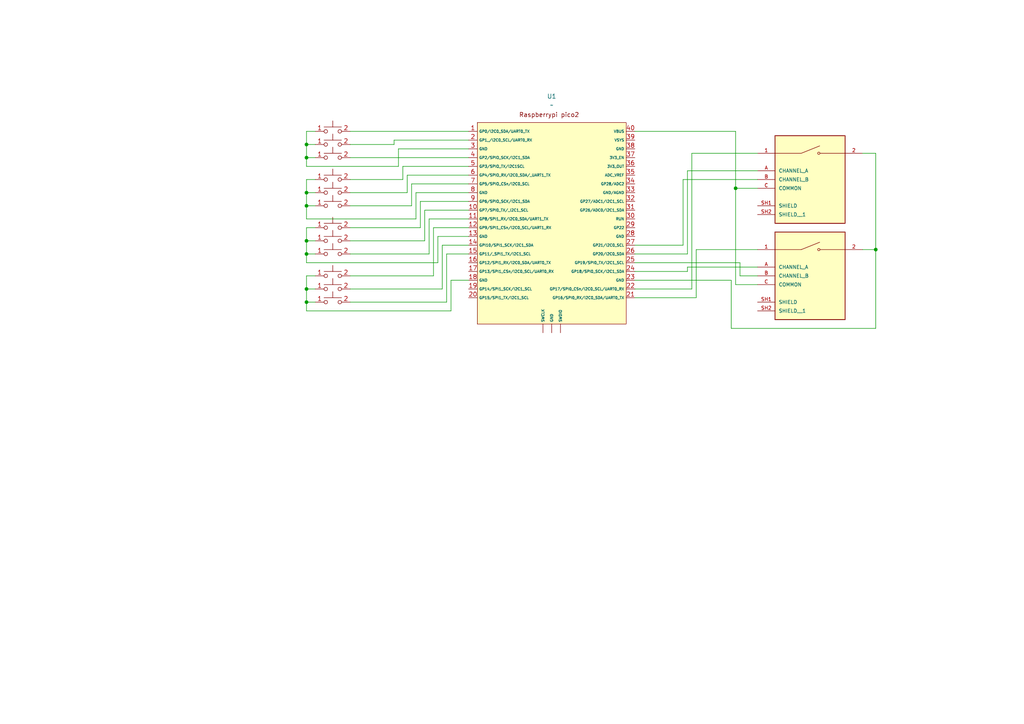
<source format=kicad_sch>
(kicad_sch
	(version 20250114)
	(generator "eeschema")
	(generator_version "9.0")
	(uuid "ac620a7f-1686-46d2-9be6-7036425d3957")
	(paper "A4")
	(lib_symbols
		(symbol "CherryMX:CherryMX"
			(pin_names
				(offset 0.254)
			)
			(exclude_from_sim no)
			(in_bom yes)
			(on_board yes)
			(property "Reference" "SW"
				(at 2.54 3.175 0)
				(effects
					(font
						(size 1.27 1.27)
					)
				)
			)
			(property "Value" "CherryMX"
				(at 0 -1.905 0)
				(effects
					(font
						(size 1.27 1.27)
					)
				)
			)
			(property "Footprint" ""
				(at 0 0.635 0)
				(effects
					(font
						(size 1.27 1.27)
					)
					(hide yes)
				)
			)
			(property "Datasheet" ""
				(at 0 0.635 0)
				(effects
					(font
						(size 1.27 1.27)
					)
					(hide yes)
				)
			)
			(property "Description" ""
				(at 0 0 0)
				(effects
					(font
						(size 1.27 1.27)
					)
					(hide yes)
				)
			)
			(symbol "CherryMX_1_1"
				(circle
					(center -2.032 0)
					(radius 0.508)
					(stroke
						(width 0)
						(type solid)
					)
					(fill
						(type none)
					)
				)
				(polyline
					(pts
						(xy 0 1.27) (xy 0 3.048)
					)
					(stroke
						(width 0)
						(type solid)
					)
					(fill
						(type none)
					)
				)
				(circle
					(center 2.032 0)
					(radius 0.508)
					(stroke
						(width 0)
						(type solid)
					)
					(fill
						(type none)
					)
				)
				(polyline
					(pts
						(xy 2.54 1.27) (xy -2.54 1.27)
					)
					(stroke
						(width 0)
						(type solid)
					)
					(fill
						(type none)
					)
				)
				(pin passive line
					(at -5.08 0 0)
					(length 2.54)
					(name "~"
						(effects
							(font
								(size 1.27 1.27)
							)
						)
					)
					(number "1"
						(effects
							(font
								(size 1.27 1.27)
							)
						)
					)
				)
				(pin passive line
					(at 5.08 0 180)
					(length 2.54)
					(name "~"
						(effects
							(font
								(size 1.27 1.27)
							)
						)
					)
					(number "2"
						(effects
							(font
								(size 1.27 1.27)
							)
						)
					)
				)
			)
			(embedded_fonts no)
		)
		(symbol "Raspberrypi pico2 W:U"
			(exclude_from_sim no)
			(in_bom yes)
			(on_board yes)
			(property "Reference" "U"
				(at 0 0 0)
				(effects
					(font
						(size 1.27 1.27)
					)
				)
			)
			(property "Value" ""
				(at 0 0 0)
				(effects
					(font
						(size 1.27 1.27)
					)
				)
			)
			(property "Footprint" ""
				(at 0 0 0)
				(effects
					(font
						(size 1.27 1.27)
					)
					(hide yes)
				)
			)
			(property "Datasheet" ""
				(at 0 0 0)
				(effects
					(font
						(size 1.27 1.27)
					)
					(hide yes)
				)
			)
			(property "Description" ""
				(at 0 0 0)
				(effects
					(font
						(size 1.27 1.27)
					)
					(hide yes)
				)
			)
			(symbol "U_1_1"
				(rectangle
					(start -21.59 22.86)
					(end 21.59 -35.56)
					(stroke
						(width 0)
						(type default)
					)
					(fill
						(type background)
					)
				)
				(text "Raspberrypi pico2\n"
					(at -0.762 25.146 0)
					(effects
						(font
							(size 1.27 1.27)
						)
					)
				)
				(pin bidirectional line
					(at -24.13 20.32 0)
					(length 2.54)
					(name "GP0/I2C0_SDA/UART0_TX"
						(effects
							(font
								(size 0.762 0.762)
							)
						)
					)
					(number "1"
						(effects
							(font
								(size 1.27 1.27)
							)
						)
					)
				)
				(pin bidirectional line
					(at -24.13 17.78 0)
					(length 2.54)
					(name "GP1_/I2C0_SCL/UART0_RX"
						(effects
							(font
								(size 0.762 0.762)
							)
						)
					)
					(number "2"
						(effects
							(font
								(size 1.27 1.27)
							)
						)
					)
				)
				(pin bidirectional line
					(at -24.13 15.24 0)
					(length 2.54)
					(name "GND"
						(effects
							(font
								(size 0.762 0.762)
							)
						)
					)
					(number "3"
						(effects
							(font
								(size 1.27 1.27)
							)
						)
					)
				)
				(pin bidirectional line
					(at -24.13 12.7 0)
					(length 2.54)
					(name "GP2/SPIO_SCK/I2C1_SDA"
						(effects
							(font
								(size 0.762 0.762)
							)
						)
					)
					(number "4"
						(effects
							(font
								(size 1.27 1.27)
							)
						)
					)
				)
				(pin bidirectional line
					(at -24.13 10.16 0)
					(length 2.54)
					(name "GP3/SPIO_TX/I2C1SCL"
						(effects
							(font
								(size 0.762 0.762)
							)
						)
					)
					(number "5"
						(effects
							(font
								(size 1.27 1.27)
							)
						)
					)
				)
				(pin bidirectional line
					(at -24.13 7.62 0)
					(length 2.54)
					(name "GP4/SPIO_RX/I2C0_SDA/_UART1_TX"
						(effects
							(font
								(size 0.762 0.762)
							)
						)
					)
					(number "6"
						(effects
							(font
								(size 1.27 1.27)
							)
						)
					)
				)
				(pin bidirectional line
					(at -24.13 5.08 0)
					(length 2.54)
					(name "GP5/SPIO_CSn/I2C0_SCL"
						(effects
							(font
								(size 0.762 0.762)
							)
						)
					)
					(number "7"
						(effects
							(font
								(size 1.27 1.27)
							)
						)
					)
				)
				(pin bidirectional line
					(at -24.13 2.54 0)
					(length 2.54)
					(name "GND"
						(effects
							(font
								(size 0.762 0.762)
							)
						)
					)
					(number "8"
						(effects
							(font
								(size 1.27 1.27)
							)
						)
					)
				)
				(pin bidirectional line
					(at -24.13 0 0)
					(length 2.54)
					(name "GP6/SPIO_SCK/I2C1_SDA"
						(effects
							(font
								(size 0.762 0.762)
							)
						)
					)
					(number "9"
						(effects
							(font
								(size 1.27 1.27)
							)
						)
					)
				)
				(pin bidirectional line
					(at -24.13 -2.54 0)
					(length 2.54)
					(name "GP7/SPI0_TX/_I2C1_SCL"
						(effects
							(font
								(size 0.762 0.762)
							)
						)
					)
					(number "10"
						(effects
							(font
								(size 1.27 1.27)
							)
						)
					)
				)
				(pin bidirectional line
					(at -24.13 -5.08 0)
					(length 2.54)
					(name "GP8/SPI1_RX/I2C0_SDA/UART1_TX"
						(effects
							(font
								(size 0.762 0.762)
							)
						)
					)
					(number "11"
						(effects
							(font
								(size 1.27 1.27)
							)
						)
					)
				)
				(pin bidirectional line
					(at -24.13 -7.62 0)
					(length 2.54)
					(name "GP9/SPI1_CSn/I2C0_SCL/UART1_RX"
						(effects
							(font
								(size 0.762 0.762)
							)
						)
					)
					(number "12"
						(effects
							(font
								(size 1.27 1.27)
							)
						)
					)
				)
				(pin bidirectional line
					(at -24.13 -10.16 0)
					(length 2.54)
					(name "GND"
						(effects
							(font
								(size 0.762 0.762)
							)
						)
					)
					(number "13"
						(effects
							(font
								(size 1.27 1.27)
							)
						)
					)
				)
				(pin bidirectional line
					(at -24.13 -12.7 0)
					(length 2.54)
					(name "GPI10/SPI1_SCK/I2C1_SDA"
						(effects
							(font
								(size 0.762 0.762)
							)
						)
					)
					(number "14"
						(effects
							(font
								(size 1.27 1.27)
							)
						)
					)
				)
				(pin bidirectional line
					(at -24.13 -15.24 0)
					(length 2.54)
					(name "GP11/_SPI1_TX/I2C1_SCL"
						(effects
							(font
								(size 0.762 0.762)
							)
						)
					)
					(number "15"
						(effects
							(font
								(size 1.27 1.27)
							)
						)
					)
				)
				(pin bidirectional line
					(at -24.13 -17.78 0)
					(length 2.54)
					(name "GP12/SPI1_RX/I2C0_SDA/UART0_TX"
						(effects
							(font
								(size 0.762 0.762)
							)
						)
					)
					(number "16"
						(effects
							(font
								(size 1.27 1.27)
							)
						)
					)
				)
				(pin bidirectional line
					(at -24.13 -20.32 0)
					(length 2.54)
					(name "GP13/SPI1_CSn/I2C0_SCL/UART0_RX"
						(effects
							(font
								(size 0.762 0.762)
							)
						)
					)
					(number "17"
						(effects
							(font
								(size 1.27 1.27)
							)
						)
					)
				)
				(pin bidirectional line
					(at -24.13 -22.86 0)
					(length 2.54)
					(name "GND"
						(effects
							(font
								(size 0.762 0.762)
							)
						)
					)
					(number "18"
						(effects
							(font
								(size 1.27 1.27)
							)
						)
					)
				)
				(pin bidirectional line
					(at -24.13 -25.4 0)
					(length 2.54)
					(name "GP14/SPI1_SCK/I2C1_SCL"
						(effects
							(font
								(size 0.762 0.762)
							)
						)
					)
					(number "19"
						(effects
							(font
								(size 1.27 1.27)
							)
						)
					)
				)
				(pin bidirectional line
					(at -24.13 -27.94 0)
					(length 2.54)
					(name "GP15/SPI1_TX/I2C1_SCL"
						(effects
							(font
								(size 0.762 0.762)
							)
						)
					)
					(number "20"
						(effects
							(font
								(size 1.27 1.27)
							)
						)
					)
				)
				(pin bidirectional line
					(at -2.54 -38.1 90)
					(length 2.54)
					(name "SWCLK"
						(effects
							(font
								(size 0.762 0.762)
							)
						)
					)
					(number ""
						(effects
							(font
								(size 1.27 1.27)
							)
						)
					)
				)
				(pin bidirectional line
					(at 0 -38.1 90)
					(length 2.54)
					(name "GND"
						(effects
							(font
								(size 0.762 0.762)
							)
						)
					)
					(number ""
						(effects
							(font
								(size 1.27 1.27)
							)
						)
					)
				)
				(pin bidirectional line
					(at 2.54 -38.1 90)
					(length 2.54)
					(name "SWDIO"
						(effects
							(font
								(size 0.762 0.762)
							)
						)
					)
					(number ""
						(effects
							(font
								(size 1.27 1.27)
							)
						)
					)
				)
				(pin bidirectional line
					(at 24.13 20.32 180)
					(length 2.54)
					(name "VBUS"
						(effects
							(font
								(size 0.762 0.762)
							)
						)
					)
					(number "40"
						(effects
							(font
								(size 1.27 1.27)
							)
						)
					)
				)
				(pin bidirectional line
					(at 24.13 17.78 180)
					(length 2.54)
					(name "VSYS"
						(effects
							(font
								(size 0.762 0.762)
							)
						)
					)
					(number "39"
						(effects
							(font
								(size 1.27 1.27)
							)
						)
					)
				)
				(pin bidirectional line
					(at 24.13 15.24 180)
					(length 2.54)
					(name "GND"
						(effects
							(font
								(size 0.762 0.762)
							)
						)
					)
					(number "38"
						(effects
							(font
								(size 1.27 1.27)
							)
						)
					)
				)
				(pin bidirectional line
					(at 24.13 12.7 180)
					(length 2.54)
					(name "3V3_EN"
						(effects
							(font
								(size 0.762 0.762)
							)
						)
					)
					(number "37"
						(effects
							(font
								(size 1.27 1.27)
							)
						)
					)
				)
				(pin bidirectional line
					(at 24.13 10.16 180)
					(length 2.54)
					(name "3V3_OUT"
						(effects
							(font
								(size 0.762 0.762)
							)
						)
					)
					(number "36"
						(effects
							(font
								(size 1.27 1.27)
							)
						)
					)
				)
				(pin bidirectional line
					(at 24.13 7.62 180)
					(length 2.54)
					(name "ADC_VREF"
						(effects
							(font
								(size 0.762 0.762)
							)
						)
					)
					(number "35"
						(effects
							(font
								(size 1.27 1.27)
							)
						)
					)
				)
				(pin bidirectional line
					(at 24.13 5.08 180)
					(length 2.54)
					(name "GP28/ADC2"
						(effects
							(font
								(size 0.762 0.762)
							)
						)
					)
					(number "34"
						(effects
							(font
								(size 1.27 1.27)
							)
						)
					)
				)
				(pin bidirectional line
					(at 24.13 2.54 180)
					(length 2.54)
					(name "GND/AGND"
						(effects
							(font
								(size 0.762 0.762)
							)
						)
					)
					(number "33"
						(effects
							(font
								(size 1.27 1.27)
							)
						)
					)
				)
				(pin bidirectional line
					(at 24.13 0 180)
					(length 2.54)
					(name "GP27/ADC1/I2C1_SCL"
						(effects
							(font
								(size 0.762 0.762)
							)
						)
					)
					(number "32"
						(effects
							(font
								(size 1.27 1.27)
							)
						)
					)
				)
				(pin bidirectional line
					(at 24.13 -2.54 180)
					(length 2.54)
					(name "GP26/ADC0/I2C1_SDA"
						(effects
							(font
								(size 0.762 0.762)
							)
						)
					)
					(number "31"
						(effects
							(font
								(size 1.27 1.27)
							)
						)
					)
				)
				(pin bidirectional line
					(at 24.13 -5.08 180)
					(length 2.54)
					(name "RUN"
						(effects
							(font
								(size 0.762 0.762)
							)
						)
					)
					(number "30"
						(effects
							(font
								(size 1.27 1.27)
							)
						)
					)
				)
				(pin bidirectional line
					(at 24.13 -7.62 180)
					(length 2.54)
					(name "GP22"
						(effects
							(font
								(size 0.762 0.762)
							)
						)
					)
					(number "29"
						(effects
							(font
								(size 1.27 1.27)
							)
						)
					)
				)
				(pin bidirectional line
					(at 24.13 -10.16 180)
					(length 2.54)
					(name "GND"
						(effects
							(font
								(size 0.762 0.762)
							)
						)
					)
					(number "28"
						(effects
							(font
								(size 1.27 1.27)
							)
						)
					)
				)
				(pin bidirectional line
					(at 24.13 -12.7 180)
					(length 2.54)
					(name "GP21/I2C0_SCL"
						(effects
							(font
								(size 0.762 0.762)
							)
						)
					)
					(number "27"
						(effects
							(font
								(size 1.27 1.27)
							)
						)
					)
				)
				(pin bidirectional line
					(at 24.13 -15.24 180)
					(length 2.54)
					(name "GP20/I2C0_SDA"
						(effects
							(font
								(size 0.762 0.762)
							)
						)
					)
					(number "26"
						(effects
							(font
								(size 1.27 1.27)
							)
						)
					)
				)
				(pin bidirectional line
					(at 24.13 -17.78 180)
					(length 2.54)
					(name "GP19/SPI0_TX/I2C1_SCL"
						(effects
							(font
								(size 0.762 0.762)
							)
						)
					)
					(number "25"
						(effects
							(font
								(size 1.27 1.27)
							)
						)
					)
				)
				(pin bidirectional line
					(at 24.13 -20.32 180)
					(length 2.54)
					(name "GP18/SPI0_SCK/I2C1_SDA"
						(effects
							(font
								(size 0.762 0.762)
							)
						)
					)
					(number "24"
						(effects
							(font
								(size 1.27 1.27)
							)
						)
					)
				)
				(pin bidirectional line
					(at 24.13 -22.86 180)
					(length 2.54)
					(name "GND"
						(effects
							(font
								(size 0.762 0.762)
							)
						)
					)
					(number "23"
						(effects
							(font
								(size 1.27 1.27)
							)
						)
					)
				)
				(pin bidirectional line
					(at 24.13 -25.4 180)
					(length 2.54)
					(name "GP17/SPI0_CSn/I2C0_SCL/UART0_RX"
						(effects
							(font
								(size 0.762 0.762)
							)
						)
					)
					(number "22"
						(effects
							(font
								(size 1.27 1.27)
							)
						)
					)
				)
				(pin bidirectional line
					(at 24.13 -27.94 180)
					(length 2.54)
					(name "GP16/SPI0_RX/I2C0_SDA/UART0_TX"
						(effects
							(font
								(size 0.762 0.762)
							)
						)
					)
					(number "21"
						(effects
							(font
								(size 1.27 1.27)
							)
						)
					)
				)
			)
			(embedded_fonts no)
		)
		(symbol "Rotary encoder:PEC12R-4230F-S0024"
			(pin_names
				(offset 1.016)
			)
			(exclude_from_sim no)
			(in_bom yes)
			(on_board yes)
			(property "Reference" "S"
				(at -10.16 10.795 0)
				(effects
					(font
						(size 1.27 1.27)
					)
					(justify left bottom)
				)
			)
			(property "Value" "PEC12R-4230F-S0024"
				(at -10.16 -17.78 0)
				(effects
					(font
						(size 1.27 1.27)
					)
					(justify left bottom)
				)
			)
			(property "Footprint" "PEC12R-4230F-S0024:XDCR_PEC12R-4230F-S0024"
				(at 0 0 0)
				(effects
					(font
						(size 1.27 1.27)
					)
					(justify bottom)
					(hide yes)
				)
			)
			(property "Datasheet" ""
				(at 0 0 0)
				(effects
					(font
						(size 1.27 1.27)
					)
					(hide yes)
				)
			)
			(property "Description" ""
				(at 0 0 0)
				(effects
					(font
						(size 1.27 1.27)
					)
					(hide yes)
				)
			)
			(property "PARTREV" "07/21"
				(at 0 0 0)
				(effects
					(font
						(size 1.27 1.27)
					)
					(justify bottom)
					(hide yes)
				)
			)
			(property "MANUFACTURER" "Bourns"
				(at 0 0 0)
				(effects
					(font
						(size 1.27 1.27)
					)
					(justify bottom)
					(hide yes)
				)
			)
			(property "MAXIMUM_PACKAGE_HEIGHT" "20.5mm"
				(at 0 0 0)
				(effects
					(font
						(size 1.27 1.27)
					)
					(justify bottom)
					(hide yes)
				)
			)
			(property "STANDARD" "Manufacturer recommendations"
				(at 0 0 0)
				(effects
					(font
						(size 1.27 1.27)
					)
					(justify bottom)
					(hide yes)
				)
			)
			(symbol "PEC12R-4230F-S0024_0_0"
				(rectangle
					(start -10.16 -15.24)
					(end 10.16 10.16)
					(stroke
						(width 0.254)
						(type default)
					)
					(fill
						(type background)
					)
				)
				(polyline
					(pts
						(xy -2.54 5.08) (xy -10.16 5.08)
					)
					(stroke
						(width 0.1524)
						(type default)
					)
					(fill
						(type none)
					)
				)
				(polyline
					(pts
						(xy -2.54 5.08) (xy 2.794 7.2136)
					)
					(stroke
						(width 0.1524)
						(type default)
					)
					(fill
						(type none)
					)
				)
				(circle
					(center 2.54 5.08)
					(radius 0.3302)
					(stroke
						(width 0.1524)
						(type default)
					)
					(fill
						(type none)
					)
				)
				(polyline
					(pts
						(xy 10.16 5.08) (xy 2.921 5.08)
					)
					(stroke
						(width 0.1524)
						(type default)
					)
					(fill
						(type none)
					)
				)
				(pin passive line
					(at -15.24 5.08 0)
					(length 5.08)
					(name "~"
						(effects
							(font
								(size 1.016 1.016)
							)
						)
					)
					(number "1"
						(effects
							(font
								(size 1.016 1.016)
							)
						)
					)
				)
				(pin passive line
					(at -15.24 0 0)
					(length 5.08)
					(name "CHANNEL_A"
						(effects
							(font
								(size 1.016 1.016)
							)
						)
					)
					(number "A"
						(effects
							(font
								(size 1.016 1.016)
							)
						)
					)
				)
				(pin passive line
					(at -15.24 -2.54 0)
					(length 5.08)
					(name "CHANNEL_B"
						(effects
							(font
								(size 1.016 1.016)
							)
						)
					)
					(number "B"
						(effects
							(font
								(size 1.016 1.016)
							)
						)
					)
				)
				(pin passive line
					(at -15.24 -5.08 0)
					(length 5.08)
					(name "COMMON"
						(effects
							(font
								(size 1.016 1.016)
							)
						)
					)
					(number "C"
						(effects
							(font
								(size 1.016 1.016)
							)
						)
					)
				)
				(pin passive line
					(at -15.24 -10.16 0)
					(length 5.08)
					(name "SHIELD"
						(effects
							(font
								(size 1.016 1.016)
							)
						)
					)
					(number "SH1"
						(effects
							(font
								(size 1.016 1.016)
							)
						)
					)
				)
				(pin passive line
					(at -15.24 -12.7 0)
					(length 5.08)
					(name "SHIELD__1"
						(effects
							(font
								(size 1.016 1.016)
							)
						)
					)
					(number "SH2"
						(effects
							(font
								(size 1.016 1.016)
							)
						)
					)
				)
				(pin passive line
					(at 15.24 5.08 180)
					(length 5.08)
					(name "~"
						(effects
							(font
								(size 1.016 1.016)
							)
						)
					)
					(number "2"
						(effects
							(font
								(size 1.016 1.016)
							)
						)
					)
				)
			)
			(embedded_fonts no)
		)
	)
	(junction
		(at 88.9 73.66)
		(diameter 0)
		(color 0 0 0 0)
		(uuid "1338ac14-3835-4aeb-b598-a22faab95627")
	)
	(junction
		(at 88.9 83.82)
		(diameter 0)
		(color 0 0 0 0)
		(uuid "303b4e2b-f030-493b-bbd8-1aa381926148")
	)
	(junction
		(at 88.9 55.88)
		(diameter 0)
		(color 0 0 0 0)
		(uuid "5641d1aa-41da-460f-9c6b-634643143be6")
	)
	(junction
		(at 88.9 59.69)
		(diameter 0)
		(color 0 0 0 0)
		(uuid "5a2e3df9-ac17-413a-9562-ddec3b36dc10")
	)
	(junction
		(at 88.9 69.85)
		(diameter 0)
		(color 0 0 0 0)
		(uuid "8cbff04c-3320-445b-8c63-1bc788fcc714")
	)
	(junction
		(at 88.9 41.91)
		(diameter 0)
		(color 0 0 0 0)
		(uuid "a0757b76-44b8-491d-9abc-b7856d00281c")
	)
	(junction
		(at 88.9 45.72)
		(diameter 0)
		(color 0 0 0 0)
		(uuid "d0283d56-2c26-4249-ba6b-2433acb0319b")
	)
	(junction
		(at 254 72.39)
		(diameter 0)
		(color 0 0 0 0)
		(uuid "db6ef1d6-eb16-4c90-807c-3a3c8ef0030b")
	)
	(junction
		(at 88.9 87.63)
		(diameter 0)
		(color 0 0 0 0)
		(uuid "ef868368-dd4c-4079-bd4a-f42a1c64502f")
	)
	(junction
		(at 213.36 54.61)
		(diameter 0)
		(color 0 0 0 0)
		(uuid "f9360739-234c-438d-a6a9-517faf657f6d")
	)
	(wire
		(pts
			(xy 212.09 81.28) (xy 212.09 95.25)
		)
		(stroke
			(width 0)
			(type default)
		)
		(uuid "026efb96-772c-4891-8cc3-ebb68811f9bd")
	)
	(wire
		(pts
			(xy 88.9 83.82) (xy 91.44 83.82)
		)
		(stroke
			(width 0)
			(type default)
		)
		(uuid "02d888b2-da6c-4074-af32-d385bf645fa4")
	)
	(wire
		(pts
			(xy 135.89 50.8) (xy 118.11 50.8)
		)
		(stroke
			(width 0)
			(type default)
		)
		(uuid "076477cb-660d-46a4-a80b-5ba642f09329")
	)
	(wire
		(pts
			(xy 114.3 40.64) (xy 135.89 40.64)
		)
		(stroke
			(width 0)
			(type default)
		)
		(uuid "0a37a425-66ad-4397-be13-a38c3b56a936")
	)
	(wire
		(pts
			(xy 184.15 83.82) (xy 200.66 83.82)
		)
		(stroke
			(width 0)
			(type default)
		)
		(uuid "0bb65d32-a4eb-4276-993c-9570df0b3da5")
	)
	(wire
		(pts
			(xy 120.65 55.88) (xy 120.65 63.5)
		)
		(stroke
			(width 0)
			(type default)
		)
		(uuid "0eb86fcb-1e4f-4d65-a47f-f98d2dd7861f")
	)
	(wire
		(pts
			(xy 129.54 73.66) (xy 129.54 87.63)
		)
		(stroke
			(width 0)
			(type default)
		)
		(uuid "1025fa31-9593-4933-be0f-5415673ddd9a")
	)
	(wire
		(pts
			(xy 214.63 76.2) (xy 214.63 80.01)
		)
		(stroke
			(width 0)
			(type default)
		)
		(uuid "107cba3b-7019-4b45-9ac7-992ca9e2a19b")
	)
	(wire
		(pts
			(xy 88.9 76.2) (xy 88.9 73.66)
		)
		(stroke
			(width 0)
			(type default)
		)
		(uuid "14590850-5c80-4690-b514-feceeff93a3c")
	)
	(wire
		(pts
			(xy 198.12 52.07) (xy 219.71 52.07)
		)
		(stroke
			(width 0)
			(type default)
		)
		(uuid "151b538f-8040-42f2-9e51-31f4a3ebcb96")
	)
	(wire
		(pts
			(xy 88.9 38.1) (xy 91.44 38.1)
		)
		(stroke
			(width 0)
			(type default)
		)
		(uuid "15f7ba1a-9d9e-453d-b087-30b669cd8849")
	)
	(wire
		(pts
			(xy 200.66 44.45) (xy 219.71 44.45)
		)
		(stroke
			(width 0)
			(type default)
		)
		(uuid "17e8a242-f23e-4818-aeea-7eb53da71ed5")
	)
	(wire
		(pts
			(xy 135.89 53.34) (xy 119.38 53.34)
		)
		(stroke
			(width 0)
			(type default)
		)
		(uuid "191ff3bb-3126-47e0-a730-ac02366e5a15")
	)
	(wire
		(pts
			(xy 88.9 59.69) (xy 91.44 59.69)
		)
		(stroke
			(width 0)
			(type default)
		)
		(uuid "1cc99ede-ea01-47be-a1b0-c48529fe8483")
	)
	(wire
		(pts
			(xy 250.19 72.39) (xy 254 72.39)
		)
		(stroke
			(width 0)
			(type default)
		)
		(uuid "1e7824af-bb39-4660-9c49-b14e208fecd1")
	)
	(wire
		(pts
			(xy 135.89 73.66) (xy 129.54 73.66)
		)
		(stroke
			(width 0)
			(type default)
		)
		(uuid "24859e91-8669-4a43-94a5-f990d0b7a608")
	)
	(wire
		(pts
			(xy 101.6 73.66) (xy 124.46 73.66)
		)
		(stroke
			(width 0)
			(type default)
		)
		(uuid "27ef9114-3de2-4b60-9882-b4ec7c32285d")
	)
	(wire
		(pts
			(xy 254 72.39) (xy 254 44.45)
		)
		(stroke
			(width 0)
			(type default)
		)
		(uuid "2859a13b-ff64-4920-9c8d-c77442f53ddc")
	)
	(wire
		(pts
			(xy 128.27 71.12) (xy 135.89 71.12)
		)
		(stroke
			(width 0)
			(type default)
		)
		(uuid "2ec615ba-9304-401a-976d-cb0d54245a49")
	)
	(wire
		(pts
			(xy 184.15 73.66) (xy 199.39 73.66)
		)
		(stroke
			(width 0)
			(type default)
		)
		(uuid "319d8073-c50c-47d7-b616-d16dd16a2e84")
	)
	(wire
		(pts
			(xy 88.9 41.91) (xy 88.9 38.1)
		)
		(stroke
			(width 0)
			(type default)
		)
		(uuid "36ab7e6a-14d5-455a-a9ba-0e8270c0b1fb")
	)
	(wire
		(pts
			(xy 125.73 80.01) (xy 101.6 80.01)
		)
		(stroke
			(width 0)
			(type default)
		)
		(uuid "386fb770-cae1-47db-bd79-b039663377c0")
	)
	(wire
		(pts
			(xy 135.89 66.04) (xy 125.73 66.04)
		)
		(stroke
			(width 0)
			(type default)
		)
		(uuid "3cbd9177-55bc-455d-a827-3d5eddc59a9d")
	)
	(wire
		(pts
			(xy 101.6 83.82) (xy 128.27 83.82)
		)
		(stroke
			(width 0)
			(type default)
		)
		(uuid "3ddef10a-6cd4-49aa-b699-71db81fbe5a7")
	)
	(wire
		(pts
			(xy 88.9 87.63) (xy 91.44 87.63)
		)
		(stroke
			(width 0)
			(type default)
		)
		(uuid "3eff5e68-ad4c-4445-b7e1-9187f91f7690")
	)
	(wire
		(pts
			(xy 88.9 90.17) (xy 88.9 87.63)
		)
		(stroke
			(width 0)
			(type default)
		)
		(uuid "4336a084-64b9-49cc-85cf-6caaa1ff5b7a")
	)
	(wire
		(pts
			(xy 120.65 63.5) (xy 88.9 63.5)
		)
		(stroke
			(width 0)
			(type default)
		)
		(uuid "43927113-f70c-4707-9b70-cfb3b37cfc87")
	)
	(wire
		(pts
			(xy 199.39 73.66) (xy 199.39 49.53)
		)
		(stroke
			(width 0)
			(type default)
		)
		(uuid "44284d36-f854-43c6-b5c2-107076c3d5aa")
	)
	(wire
		(pts
			(xy 212.09 95.25) (xy 254 95.25)
		)
		(stroke
			(width 0)
			(type default)
		)
		(uuid "44ba0325-b539-41c5-a34f-fa326ebaa549")
	)
	(wire
		(pts
			(xy 116.84 52.07) (xy 101.6 52.07)
		)
		(stroke
			(width 0)
			(type default)
		)
		(uuid "473b71bf-96a2-4e41-9e60-b3a78432ebfb")
	)
	(wire
		(pts
			(xy 125.73 66.04) (xy 125.73 80.01)
		)
		(stroke
			(width 0)
			(type default)
		)
		(uuid "4b414aeb-f9ea-4fa3-b204-59158ef747e7")
	)
	(wire
		(pts
			(xy 88.9 63.5) (xy 88.9 59.69)
		)
		(stroke
			(width 0)
			(type default)
		)
		(uuid "4db680fc-d433-4e5b-b3ac-3ae1dbf9157b")
	)
	(wire
		(pts
			(xy 199.39 49.53) (xy 219.71 49.53)
		)
		(stroke
			(width 0)
			(type default)
		)
		(uuid "4dfa623e-dcce-4d6e-9463-c575f3dd408a")
	)
	(wire
		(pts
			(xy 128.27 83.82) (xy 128.27 71.12)
		)
		(stroke
			(width 0)
			(type default)
		)
		(uuid "54058d0a-b35f-4f1e-bcee-16c4beec89ae")
	)
	(wire
		(pts
			(xy 121.92 58.42) (xy 121.92 66.04)
		)
		(stroke
			(width 0)
			(type default)
		)
		(uuid "5b62dedb-83d7-4c38-b791-844f693ac5da")
	)
	(wire
		(pts
			(xy 130.81 81.28) (xy 130.81 90.17)
		)
		(stroke
			(width 0)
			(type default)
		)
		(uuid "5d468962-04cd-40d4-a14b-22a2daedd4db")
	)
	(wire
		(pts
			(xy 201.93 72.39) (xy 219.71 72.39)
		)
		(stroke
			(width 0)
			(type default)
		)
		(uuid "5d7c5b80-a575-4ec8-bb79-7d9872350398")
	)
	(wire
		(pts
			(xy 88.9 59.69) (xy 88.9 55.88)
		)
		(stroke
			(width 0)
			(type default)
		)
		(uuid "5e99d07e-d6d7-45e2-9768-c676026126dd")
	)
	(wire
		(pts
			(xy 200.66 83.82) (xy 200.66 44.45)
		)
		(stroke
			(width 0)
			(type default)
		)
		(uuid "65f8a969-83e5-474b-8329-f7a416c1144c")
	)
	(wire
		(pts
			(xy 213.36 82.55) (xy 219.71 82.55)
		)
		(stroke
			(width 0)
			(type default)
		)
		(uuid "67146365-2b71-4027-a398-9fe2c44a84ad")
	)
	(wire
		(pts
			(xy 115.57 43.18) (xy 115.57 48.26)
		)
		(stroke
			(width 0)
			(type default)
		)
		(uuid "68a4f0d0-284b-42b5-a0ab-57efcb1d3ff6")
	)
	(wire
		(pts
			(xy 114.3 41.91) (xy 114.3 40.64)
		)
		(stroke
			(width 0)
			(type default)
		)
		(uuid "69797c51-bf2b-4d31-b18b-3701a6a0e5e0")
	)
	(wire
		(pts
			(xy 101.6 87.63) (xy 129.54 87.63)
		)
		(stroke
			(width 0)
			(type default)
		)
		(uuid "69c27c88-aa14-453f-bf1c-2cf25fdf72eb")
	)
	(wire
		(pts
			(xy 201.93 86.36) (xy 201.93 72.39)
		)
		(stroke
			(width 0)
			(type default)
		)
		(uuid "6a1f32af-7370-4920-902a-7fd3c37d4598")
	)
	(wire
		(pts
			(xy 101.6 55.88) (xy 118.11 55.88)
		)
		(stroke
			(width 0)
			(type default)
		)
		(uuid "6dc362d8-16f7-4c67-8552-3ab04e23d012")
	)
	(wire
		(pts
			(xy 88.9 55.88) (xy 88.9 52.07)
		)
		(stroke
			(width 0)
			(type default)
		)
		(uuid "71c490cf-0cd5-4de9-8c62-1e2382b55a96")
	)
	(wire
		(pts
			(xy 184.15 78.74) (xy 199.39 78.74)
		)
		(stroke
			(width 0)
			(type default)
		)
		(uuid "71f24968-6cd2-4c42-a2ae-4fb1e3660f21")
	)
	(wire
		(pts
			(xy 135.89 63.5) (xy 124.46 63.5)
		)
		(stroke
			(width 0)
			(type default)
		)
		(uuid "7375f5ae-a5c9-4aed-bade-f271dadcce6b")
	)
	(wire
		(pts
			(xy 119.38 53.34) (xy 119.38 59.69)
		)
		(stroke
			(width 0)
			(type default)
		)
		(uuid "73cdfa56-8023-40f8-a809-14b0e46092b7")
	)
	(wire
		(pts
			(xy 88.9 87.63) (xy 88.9 83.82)
		)
		(stroke
			(width 0)
			(type default)
		)
		(uuid "75afe8c6-9bf7-45e4-a47e-09dc0daf90ee")
	)
	(wire
		(pts
			(xy 88.9 73.66) (xy 91.44 73.66)
		)
		(stroke
			(width 0)
			(type default)
		)
		(uuid "79c2beee-050b-4761-ab96-bde34ad8c4e2")
	)
	(wire
		(pts
			(xy 88.9 45.72) (xy 88.9 41.91)
		)
		(stroke
			(width 0)
			(type default)
		)
		(uuid "7be63093-d315-49c1-8654-c89ad31fc96a")
	)
	(wire
		(pts
			(xy 254 95.25) (xy 254 72.39)
		)
		(stroke
			(width 0)
			(type default)
		)
		(uuid "80707b9f-58b1-4218-b22c-8f63e1340390")
	)
	(wire
		(pts
			(xy 101.6 38.1) (xy 135.89 38.1)
		)
		(stroke
			(width 0)
			(type default)
		)
		(uuid "84ee5063-5e20-44df-8936-03fbcbc0f677")
	)
	(wire
		(pts
			(xy 101.6 45.72) (xy 135.89 45.72)
		)
		(stroke
			(width 0)
			(type default)
		)
		(uuid "8563b291-8736-460e-83ca-70c9aea7b580")
	)
	(wire
		(pts
			(xy 88.9 48.26) (xy 88.9 45.72)
		)
		(stroke
			(width 0)
			(type default)
		)
		(uuid "859bf72f-9a18-4803-83ca-0225a7c22bb4")
	)
	(wire
		(pts
			(xy 135.89 55.88) (xy 120.65 55.88)
		)
		(stroke
			(width 0)
			(type default)
		)
		(uuid "85b05974-2ecc-4241-83f4-1f8bd05a9d03")
	)
	(wire
		(pts
			(xy 213.36 54.61) (xy 213.36 82.55)
		)
		(stroke
			(width 0)
			(type default)
		)
		(uuid "8a4f100b-e8d3-484d-ad5e-f5be9aac36cd")
	)
	(wire
		(pts
			(xy 135.89 60.96) (xy 123.19 60.96)
		)
		(stroke
			(width 0)
			(type default)
		)
		(uuid "8e0a2d65-e6d6-4b65-aa9e-7d231940b94a")
	)
	(wire
		(pts
			(xy 101.6 69.85) (xy 123.19 69.85)
		)
		(stroke
			(width 0)
			(type default)
		)
		(uuid "8f3c776a-8cc7-48a8-9e60-328563c73bd6")
	)
	(wire
		(pts
			(xy 135.89 48.26) (xy 116.84 48.26)
		)
		(stroke
			(width 0)
			(type default)
		)
		(uuid "91b5d62f-e663-409e-bbc9-a4a2b4ac2747")
	)
	(wire
		(pts
			(xy 184.15 86.36) (xy 201.93 86.36)
		)
		(stroke
			(width 0)
			(type default)
		)
		(uuid "971299ec-5719-42ea-8ee3-5564a3c2d10d")
	)
	(wire
		(pts
			(xy 88.9 83.82) (xy 88.9 80.01)
		)
		(stroke
			(width 0)
			(type default)
		)
		(uuid "9c1fced4-d1d3-459c-a5fd-75dff3350b85")
	)
	(wire
		(pts
			(xy 116.84 48.26) (xy 116.84 52.07)
		)
		(stroke
			(width 0)
			(type default)
		)
		(uuid "9c50d014-2a3e-4ecb-a3cf-aab4db8461a2")
	)
	(wire
		(pts
			(xy 123.19 60.96) (xy 123.19 69.85)
		)
		(stroke
			(width 0)
			(type default)
		)
		(uuid "9e571b93-dcd3-49ce-9c79-4fb95d14c7c4")
	)
	(wire
		(pts
			(xy 184.15 38.1) (xy 213.36 38.1)
		)
		(stroke
			(width 0)
			(type default)
		)
		(uuid "a328abe7-fb0b-4509-a4d2-13bd4604cccc")
	)
	(wire
		(pts
			(xy 88.9 80.01) (xy 91.44 80.01)
		)
		(stroke
			(width 0)
			(type default)
		)
		(uuid "a4649ecf-e2e4-49a6-afd1-16bf45492e7a")
	)
	(wire
		(pts
			(xy 213.36 38.1) (xy 213.36 54.61)
		)
		(stroke
			(width 0)
			(type default)
		)
		(uuid "ada14671-f2c6-4edb-8d75-391c15ff295f")
	)
	(wire
		(pts
			(xy 88.9 73.66) (xy 88.9 69.85)
		)
		(stroke
			(width 0)
			(type default)
		)
		(uuid "b135ad8f-d20b-4f37-8672-9cced00a14a3")
	)
	(wire
		(pts
			(xy 127 68.58) (xy 127 76.2)
		)
		(stroke
			(width 0)
			(type default)
		)
		(uuid "b16e0853-9724-409e-954c-fda63e05f401")
	)
	(wire
		(pts
			(xy 115.57 48.26) (xy 88.9 48.26)
		)
		(stroke
			(width 0)
			(type default)
		)
		(uuid "b3eae633-0427-4ca3-8570-4e520e6b1beb")
	)
	(wire
		(pts
			(xy 88.9 41.91) (xy 91.44 41.91)
		)
		(stroke
			(width 0)
			(type default)
		)
		(uuid "b47cd438-6d00-4e2a-b6cc-25c7197ee11e")
	)
	(wire
		(pts
			(xy 88.9 66.04) (xy 91.44 66.04)
		)
		(stroke
			(width 0)
			(type default)
		)
		(uuid "b4fbec26-37cf-45f1-9099-8647b77392ab")
	)
	(wire
		(pts
			(xy 135.89 81.28) (xy 130.81 81.28)
		)
		(stroke
			(width 0)
			(type default)
		)
		(uuid "b537a30f-c409-4ceb-8e09-d75ff77aadec")
	)
	(wire
		(pts
			(xy 213.36 54.61) (xy 219.71 54.61)
		)
		(stroke
			(width 0)
			(type default)
		)
		(uuid "b7b08d79-f198-4209-b606-11587b1b124a")
	)
	(wire
		(pts
			(xy 88.9 69.85) (xy 91.44 69.85)
		)
		(stroke
			(width 0)
			(type default)
		)
		(uuid "bb19185e-d71a-4a68-b4d6-d3c96b0cb8c1")
	)
	(wire
		(pts
			(xy 88.9 45.72) (xy 91.44 45.72)
		)
		(stroke
			(width 0)
			(type default)
		)
		(uuid "bbca5f44-9fa3-4518-ad8a-b00f422630c0")
	)
	(wire
		(pts
			(xy 101.6 59.69) (xy 119.38 59.69)
		)
		(stroke
			(width 0)
			(type default)
		)
		(uuid "bddbc8d3-d271-4d60-bf21-51202da38075")
	)
	(wire
		(pts
			(xy 121.92 66.04) (xy 101.6 66.04)
		)
		(stroke
			(width 0)
			(type default)
		)
		(uuid "c6ba6909-240c-4f50-82e6-88344a1e808a")
	)
	(wire
		(pts
			(xy 88.9 69.85) (xy 88.9 66.04)
		)
		(stroke
			(width 0)
			(type default)
		)
		(uuid "c71641bf-2980-47b7-a6d4-8e83d7162047")
	)
	(wire
		(pts
			(xy 124.46 63.5) (xy 124.46 73.66)
		)
		(stroke
			(width 0)
			(type default)
		)
		(uuid "c74e6b7c-78f4-40a9-b0ad-26f165db2ed7")
	)
	(wire
		(pts
			(xy 135.89 58.42) (xy 121.92 58.42)
		)
		(stroke
			(width 0)
			(type default)
		)
		(uuid "d4a1859c-dc47-4fff-800b-3051b0d0fc08")
	)
	(wire
		(pts
			(xy 127 76.2) (xy 88.9 76.2)
		)
		(stroke
			(width 0)
			(type default)
		)
		(uuid "d5211c94-95ff-47ee-91c6-2c9da1986d1e")
	)
	(wire
		(pts
			(xy 135.89 68.58) (xy 127 68.58)
		)
		(stroke
			(width 0)
			(type default)
		)
		(uuid "d626dac3-751e-4dd4-8c72-5be063780ebf")
	)
	(wire
		(pts
			(xy 199.39 78.74) (xy 199.39 77.47)
		)
		(stroke
			(width 0)
			(type default)
		)
		(uuid "d8229e58-50dc-46ef-be1e-29adb484eaad")
	)
	(wire
		(pts
			(xy 184.15 76.2) (xy 214.63 76.2)
		)
		(stroke
			(width 0)
			(type default)
		)
		(uuid "da733304-9527-494d-bcdd-a4c038aa215a")
	)
	(wire
		(pts
			(xy 254 44.45) (xy 250.19 44.45)
		)
		(stroke
			(width 0)
			(type default)
		)
		(uuid "e3c80cce-e33f-464c-a398-6869621d683e")
	)
	(wire
		(pts
			(xy 214.63 80.01) (xy 219.71 80.01)
		)
		(stroke
			(width 0)
			(type default)
		)
		(uuid "e74c4b6b-eedf-4b8b-8a0f-17478a4f0722")
	)
	(wire
		(pts
			(xy 184.15 71.12) (xy 198.12 71.12)
		)
		(stroke
			(width 0)
			(type default)
		)
		(uuid "ec373d23-8c05-4803-8cfe-9a5f665638df")
	)
	(wire
		(pts
			(xy 130.81 90.17) (xy 88.9 90.17)
		)
		(stroke
			(width 0)
			(type default)
		)
		(uuid "ec48ecf6-9bc7-4128-9b21-b286e658dea8")
	)
	(wire
		(pts
			(xy 88.9 55.88) (xy 91.44 55.88)
		)
		(stroke
			(width 0)
			(type default)
		)
		(uuid "ed8122c2-de68-4565-9909-0f135ad378f4")
	)
	(wire
		(pts
			(xy 198.12 71.12) (xy 198.12 52.07)
		)
		(stroke
			(width 0)
			(type default)
		)
		(uuid "f3345aae-7ff3-4e7d-a297-fcb2cfe317ff")
	)
	(wire
		(pts
			(xy 88.9 52.07) (xy 91.44 52.07)
		)
		(stroke
			(width 0)
			(type default)
		)
		(uuid "f3b68852-a206-4d1c-85c6-12ea1a9b2b99")
	)
	(wire
		(pts
			(xy 135.89 43.18) (xy 115.57 43.18)
		)
		(stroke
			(width 0)
			(type default)
		)
		(uuid "f4c7989c-2606-4096-857b-af48e746d6b5")
	)
	(wire
		(pts
			(xy 199.39 77.47) (xy 219.71 77.47)
		)
		(stroke
			(width 0)
			(type default)
		)
		(uuid "f61eba8e-478d-47d9-b325-db984d858b39")
	)
	(wire
		(pts
			(xy 118.11 50.8) (xy 118.11 55.88)
		)
		(stroke
			(width 0)
			(type default)
		)
		(uuid "f8e323f8-a1cc-4e41-bb2c-62ff32263fd9")
	)
	(wire
		(pts
			(xy 184.15 81.28) (xy 212.09 81.28)
		)
		(stroke
			(width 0)
			(type default)
		)
		(uuid "fb00f293-21ec-4964-a02b-bcee670952c2")
	)
	(wire
		(pts
			(xy 101.6 41.91) (xy 114.3 41.91)
		)
		(stroke
			(width 0)
			(type default)
		)
		(uuid "fdc0a185-bbb1-447a-958f-af4c9eec9c89")
	)
	(symbol
		(lib_id "CherryMX:CherryMX")
		(at 96.52 38.1 0)
		(unit 1)
		(exclude_from_sim no)
		(in_bom yes)
		(on_board yes)
		(dnp no)
		(fields_autoplaced yes)
		(uuid "00f8f43c-5fd4-4f58-9840-ccaaafacb00f")
		(property "Reference" "SW13"
			(at 96.52 30.48 0)
			(effects
				(font
					(size 1.27 1.27)
				)
				(hide yes)
			)
		)
		(property "Value" "CherryMX"
			(at 96.52 33.02 0)
			(effects
				(font
					(size 1.27 1.27)
				)
				(hide yes)
			)
		)
		(property "Footprint" "PCM_Switch_Keyboard_Hotswap_Kailh:SW_Hotswap_Kailh_MX_1.00u"
			(at 96.52 37.465 0)
			(effects
				(font
					(size 1.27 1.27)
				)
				(hide yes)
			)
		)
		(property "Datasheet" ""
			(at 96.52 37.465 0)
			(effects
				(font
					(size 1.27 1.27)
				)
				(hide yes)
			)
		)
		(property "Description" ""
			(at 96.52 38.1 0)
			(effects
				(font
					(size 1.27 1.27)
				)
				(hide yes)
			)
		)
		(pin "2"
			(uuid "76124705-4801-423c-aab0-a8d0b92d1e1b")
		)
		(pin "1"
			(uuid "b8f8ac3c-a4b6-41b2-9c02-45c19294b193")
		)
		(instances
			(project ""
				(path "/ac620a7f-1686-46d2-9be6-7036425d3957"
					(reference "SW13")
					(unit 1)
				)
			)
		)
	)
	(symbol
		(lib_id "CherryMX:CherryMX")
		(at 96.52 69.85 0)
		(unit 1)
		(exclude_from_sim no)
		(in_bom yes)
		(on_board yes)
		(dnp no)
		(fields_autoplaced yes)
		(uuid "05ce3138-3ac1-4c18-b2ff-2141137fc15e")
		(property "Reference" "SW7"
			(at 96.52 62.23 0)
			(effects
				(font
					(size 1.27 1.27)
				)
				(hide yes)
			)
		)
		(property "Value" "CherryMX"
			(at 96.52 64.77 0)
			(effects
				(font
					(size 1.27 1.27)
				)
				(hide yes)
			)
		)
		(property "Footprint" "PCM_Switch_Keyboard_Hotswap_Kailh:SW_Hotswap_Kailh_MX_1.00u"
			(at 96.52 69.215 0)
			(effects
				(font
					(size 1.27 1.27)
				)
				(hide yes)
			)
		)
		(property "Datasheet" ""
			(at 96.52 69.215 0)
			(effects
				(font
					(size 1.27 1.27)
				)
				(hide yes)
			)
		)
		(property "Description" ""
			(at 96.52 69.85 0)
			(effects
				(font
					(size 1.27 1.27)
				)
				(hide yes)
			)
		)
		(pin "2"
			(uuid "59bc800e-833e-41da-bea8-68ff089b2fa7")
		)
		(pin "1"
			(uuid "04171448-1d8c-4def-95f3-1c679d1d2954")
		)
		(instances
			(project "Macropad circuit"
				(path "/ac620a7f-1686-46d2-9be6-7036425d3957"
					(reference "SW7")
					(unit 1)
				)
			)
		)
	)
	(symbol
		(lib_id "CherryMX:CherryMX")
		(at 96.52 41.91 0)
		(unit 1)
		(exclude_from_sim no)
		(in_bom yes)
		(on_board yes)
		(dnp no)
		(fields_autoplaced yes)
		(uuid "1927d8bf-2c29-4b8b-8299-c6aa8276345c")
		(property "Reference" "SW1"
			(at 96.52 34.29 0)
			(effects
				(font
					(size 1.27 1.27)
				)
				(hide yes)
			)
		)
		(property "Value" "CherryMX"
			(at 96.52 36.83 0)
			(effects
				(font
					(size 1.27 1.27)
				)
				(hide yes)
			)
		)
		(property "Footprint" "PCM_Switch_Keyboard_Hotswap_Kailh:SW_Hotswap_Kailh_MX_1.00u"
			(at 96.52 41.275 0)
			(effects
				(font
					(size 1.27 1.27)
				)
				(hide yes)
			)
		)
		(property "Datasheet" ""
			(at 96.52 41.275 0)
			(effects
				(font
					(size 1.27 1.27)
				)
				(hide yes)
			)
		)
		(property "Description" ""
			(at 96.52 41.91 0)
			(effects
				(font
					(size 1.27 1.27)
				)
				(hide yes)
			)
		)
		(pin "2"
			(uuid "fb0384d9-b2d4-479f-9fc0-4526b3bf718c")
		)
		(pin "1"
			(uuid "9efe872e-70d1-4a39-9922-ab113e10d01b")
		)
		(instances
			(project "Macropad circuit"
				(path "/ac620a7f-1686-46d2-9be6-7036425d3957"
					(reference "SW1")
					(unit 1)
				)
			)
		)
	)
	(symbol
		(lib_id "CherryMX:CherryMX")
		(at 96.52 52.07 0)
		(unit 1)
		(exclude_from_sim no)
		(in_bom yes)
		(on_board yes)
		(dnp no)
		(fields_autoplaced yes)
		(uuid "27a1a297-9454-44a5-9cb3-c1c619fad845")
		(property "Reference" "SW3"
			(at 96.52 44.45 0)
			(effects
				(font
					(size 1.27 1.27)
				)
				(hide yes)
			)
		)
		(property "Value" "CherryMX"
			(at 96.52 46.99 0)
			(effects
				(font
					(size 1.27 1.27)
				)
				(hide yes)
			)
		)
		(property "Footprint" "PCM_Switch_Keyboard_Hotswap_Kailh:SW_Hotswap_Kailh_MX_1.00u"
			(at 96.52 51.435 0)
			(effects
				(font
					(size 1.27 1.27)
				)
				(hide yes)
			)
		)
		(property "Datasheet" ""
			(at 96.52 51.435 0)
			(effects
				(font
					(size 1.27 1.27)
				)
				(hide yes)
			)
		)
		(property "Description" ""
			(at 96.52 52.07 0)
			(effects
				(font
					(size 1.27 1.27)
				)
				(hide yes)
			)
		)
		(pin "2"
			(uuid "50d16fb1-79bf-4003-aec5-4efad031ade3")
		)
		(pin "1"
			(uuid "9c7453ef-71ce-4345-828b-cb03696a796f")
		)
		(instances
			(project "Macropad circuit"
				(path "/ac620a7f-1686-46d2-9be6-7036425d3957"
					(reference "SW3")
					(unit 1)
				)
			)
		)
	)
	(symbol
		(lib_id "CherryMX:CherryMX")
		(at 96.52 83.82 0)
		(unit 1)
		(exclude_from_sim no)
		(in_bom yes)
		(on_board yes)
		(dnp no)
		(fields_autoplaced yes)
		(uuid "2cc69126-5498-4967-a2b3-5854867ba842")
		(property "Reference" "SW10"
			(at 96.52 76.2 0)
			(effects
				(font
					(size 1.27 1.27)
				)
				(hide yes)
			)
		)
		(property "Value" "CherryMX"
			(at 96.52 78.74 0)
			(effects
				(font
					(size 1.27 1.27)
				)
				(hide yes)
			)
		)
		(property "Footprint" "PCM_Switch_Keyboard_Hotswap_Kailh:SW_Hotswap_Kailh_MX_1.00u"
			(at 96.52 83.185 0)
			(effects
				(font
					(size 1.27 1.27)
				)
				(hide yes)
			)
		)
		(property "Datasheet" ""
			(at 96.52 83.185 0)
			(effects
				(font
					(size 1.27 1.27)
				)
				(hide yes)
			)
		)
		(property "Description" ""
			(at 96.52 83.82 0)
			(effects
				(font
					(size 1.27 1.27)
				)
				(hide yes)
			)
		)
		(pin "2"
			(uuid "02fa09bd-072b-4fd5-8f37-eede4130bbc0")
		)
		(pin "1"
			(uuid "0d621faa-3a07-445f-8aaa-4f1ad4ba2ab3")
		)
		(instances
			(project "Macropad circuit"
				(path "/ac620a7f-1686-46d2-9be6-7036425d3957"
					(reference "SW10")
					(unit 1)
				)
			)
		)
	)
	(symbol
		(lib_id "CherryMX:CherryMX")
		(at 96.52 66.04 0)
		(unit 1)
		(exclude_from_sim no)
		(in_bom yes)
		(on_board yes)
		(dnp no)
		(fields_autoplaced yes)
		(uuid "60ab27d5-8e6f-4eb6-909d-5ec219168787")
		(property "Reference" "SW6"
			(at 96.52 58.42 0)
			(effects
				(font
					(size 1.27 1.27)
				)
				(hide yes)
			)
		)
		(property "Value" "CherryMX"
			(at 96.52 60.96 0)
			(effects
				(font
					(size 1.27 1.27)
				)
				(hide yes)
			)
		)
		(property "Footprint" "PCM_Switch_Keyboard_Hotswap_Kailh:SW_Hotswap_Kailh_MX_1.00u"
			(at 96.52 65.405 0)
			(effects
				(font
					(size 1.27 1.27)
				)
				(hide yes)
			)
		)
		(property "Datasheet" ""
			(at 96.52 65.405 0)
			(effects
				(font
					(size 1.27 1.27)
				)
				(hide yes)
			)
		)
		(property "Description" ""
			(at 96.52 66.04 0)
			(effects
				(font
					(size 1.27 1.27)
				)
				(hide yes)
			)
		)
		(pin "2"
			(uuid "d20ea0d4-ecb9-46d8-a11c-9f1dd9c45adc")
		)
		(pin "1"
			(uuid "6114b0c0-1c47-4a15-bed9-e3e0cd956e05")
		)
		(instances
			(project "Macropad circuit"
				(path "/ac620a7f-1686-46d2-9be6-7036425d3957"
					(reference "SW6")
					(unit 1)
				)
			)
		)
	)
	(symbol
		(lib_id "CherryMX:CherryMX")
		(at 96.52 80.01 0)
		(unit 1)
		(exclude_from_sim no)
		(in_bom yes)
		(on_board yes)
		(dnp no)
		(fields_autoplaced yes)
		(uuid "869fdc1e-5a5a-47b8-8991-59dd536a1f99")
		(property "Reference" "SW9"
			(at 96.52 72.39 0)
			(effects
				(font
					(size 1.27 1.27)
				)
				(hide yes)
			)
		)
		(property "Value" "CherryMX"
			(at 96.52 74.93 0)
			(effects
				(font
					(size 1.27 1.27)
				)
				(hide yes)
			)
		)
		(property "Footprint" "PCM_Switch_Keyboard_Hotswap_Kailh:SW_Hotswap_Kailh_MX_1.00u"
			(at 96.52 79.375 0)
			(effects
				(font
					(size 1.27 1.27)
				)
				(hide yes)
			)
		)
		(property "Datasheet" ""
			(at 96.52 79.375 0)
			(effects
				(font
					(size 1.27 1.27)
				)
				(hide yes)
			)
		)
		(property "Description" ""
			(at 96.52 80.01 0)
			(effects
				(font
					(size 1.27 1.27)
				)
				(hide yes)
			)
		)
		(pin "2"
			(uuid "dd862306-f856-44bd-9c72-9c82622e58c3")
		)
		(pin "1"
			(uuid "c0221495-dda3-4df4-a2f2-39efc30093d9")
		)
		(instances
			(project "Macropad circuit"
				(path "/ac620a7f-1686-46d2-9be6-7036425d3957"
					(reference "SW9")
					(unit 1)
				)
			)
		)
	)
	(symbol
		(lib_id "CherryMX:CherryMX")
		(at 96.52 59.69 0)
		(unit 1)
		(exclude_from_sim no)
		(in_bom yes)
		(on_board yes)
		(dnp no)
		(fields_autoplaced yes)
		(uuid "89471c22-d0c2-405c-a4f3-9396dc3e672b")
		(property "Reference" "SW5"
			(at 96.52 52.07 0)
			(effects
				(font
					(size 1.27 1.27)
				)
				(hide yes)
			)
		)
		(property "Value" "CherryMX"
			(at 96.52 54.61 0)
			(effects
				(font
					(size 1.27 1.27)
				)
				(hide yes)
			)
		)
		(property "Footprint" "PCM_Switch_Keyboard_Hotswap_Kailh:SW_Hotswap_Kailh_MX_1.00u"
			(at 96.52 59.055 0)
			(effects
				(font
					(size 1.27 1.27)
				)
				(hide yes)
			)
		)
		(property "Datasheet" ""
			(at 96.52 59.055 0)
			(effects
				(font
					(size 1.27 1.27)
				)
				(hide yes)
			)
		)
		(property "Description" ""
			(at 96.52 59.69 0)
			(effects
				(font
					(size 1.27 1.27)
				)
				(hide yes)
			)
		)
		(pin "2"
			(uuid "535a8733-49fc-47e2-bff6-2611ba440fdc")
		)
		(pin "1"
			(uuid "a11e1e32-b096-4a0e-9de3-0c64aeb35ab3")
		)
		(instances
			(project "Macropad circuit"
				(path "/ac620a7f-1686-46d2-9be6-7036425d3957"
					(reference "SW5")
					(unit 1)
				)
			)
		)
	)
	(symbol
		(lib_id "Rotary encoder:PEC12R-4230F-S0024")
		(at 234.95 77.47 0)
		(unit 1)
		(exclude_from_sim no)
		(in_bom yes)
		(on_board yes)
		(dnp no)
		(fields_autoplaced yes)
		(uuid "a1f9d37d-6a21-4b8d-82e6-8bfd6150416c")
		(property "Reference" "S2"
			(at 234.95 62.23 0)
			(effects
				(font
					(size 1.27 1.27)
				)
				(hide yes)
			)
		)
		(property "Value" "PEC12R-4230F-S0024"
			(at 234.95 64.77 0)
			(effects
				(font
					(size 1.27 1.27)
				)
				(hide yes)
			)
		)
		(property "Footprint" "Rotary encoder:XDCR_PEC12R-4230F-S0024"
			(at 234.95 77.47 0)
			(effects
				(font
					(size 1.27 1.27)
				)
				(justify bottom)
				(hide yes)
			)
		)
		(property "Datasheet" ""
			(at 234.95 77.47 0)
			(effects
				(font
					(size 1.27 1.27)
				)
				(hide yes)
			)
		)
		(property "Description" ""
			(at 234.95 77.47 0)
			(effects
				(font
					(size 1.27 1.27)
				)
				(hide yes)
			)
		)
		(property "PARTREV" "07/21"
			(at 234.95 77.47 0)
			(effects
				(font
					(size 1.27 1.27)
				)
				(justify bottom)
				(hide yes)
			)
		)
		(property "MANUFACTURER" "Bourns"
			(at 234.95 77.47 0)
			(effects
				(font
					(size 1.27 1.27)
				)
				(justify bottom)
				(hide yes)
			)
		)
		(property "MAXIMUM_PACKAGE_HEIGHT" "20.5mm"
			(at 234.95 77.47 0)
			(effects
				(font
					(size 1.27 1.27)
				)
				(justify bottom)
				(hide yes)
			)
		)
		(property "STANDARD" "Manufacturer recommendations"
			(at 234.95 77.47 0)
			(effects
				(font
					(size 1.27 1.27)
				)
				(justify bottom)
				(hide yes)
			)
		)
		(pin "A"
			(uuid "27197de0-0a91-4b45-b151-c99fd0fb62c4")
		)
		(pin "C"
			(uuid "f28c6ba9-1a05-47cc-8fae-9fcdfed820a7")
		)
		(pin "2"
			(uuid "db59508c-2ed6-440a-9fab-e203419451f4")
		)
		(pin "SH1"
			(uuid "86261671-d827-4e81-ae69-6e1975355975")
		)
		(pin "1"
			(uuid "dcbb26a9-8405-4424-970a-5c8f7dcc475b")
		)
		(pin "B"
			(uuid "72e7a6bb-a340-4832-8d61-d548bba02444")
		)
		(pin "SH2"
			(uuid "a7d9f438-d3b1-495e-a175-5daad3f77977")
		)
		(instances
			(project ""
				(path "/ac620a7f-1686-46d2-9be6-7036425d3957"
					(reference "S2")
					(unit 1)
				)
			)
		)
	)
	(symbol
		(lib_id "CherryMX:CherryMX")
		(at 96.52 45.72 0)
		(unit 1)
		(exclude_from_sim no)
		(in_bom yes)
		(on_board yes)
		(dnp no)
		(fields_autoplaced yes)
		(uuid "b74f82ac-954d-4ede-beed-965bbc1d8efc")
		(property "Reference" "SW2"
			(at 96.52 38.1 0)
			(effects
				(font
					(size 1.27 1.27)
				)
				(hide yes)
			)
		)
		(property "Value" "CherryMX"
			(at 96.52 40.64 0)
			(effects
				(font
					(size 1.27 1.27)
				)
				(hide yes)
			)
		)
		(property "Footprint" "PCM_Switch_Keyboard_Hotswap_Kailh:SW_Hotswap_Kailh_MX_1.00u"
			(at 96.52 45.085 0)
			(effects
				(font
					(size 1.27 1.27)
				)
				(hide yes)
			)
		)
		(property "Datasheet" ""
			(at 96.52 45.085 0)
			(effects
				(font
					(size 1.27 1.27)
				)
				(hide yes)
			)
		)
		(property "Description" ""
			(at 96.52 45.72 0)
			(effects
				(font
					(size 1.27 1.27)
				)
				(hide yes)
			)
		)
		(pin "2"
			(uuid "81155c28-7357-4a84-b41a-a05ff4a58d38")
		)
		(pin "1"
			(uuid "5c6fa021-e773-49d7-93e6-af6eea9f21ed")
		)
		(instances
			(project "Macropad circuit"
				(path "/ac620a7f-1686-46d2-9be6-7036425d3957"
					(reference "SW2")
					(unit 1)
				)
			)
		)
	)
	(symbol
		(lib_id "Rotary encoder:PEC12R-4230F-S0024")
		(at 234.95 49.53 0)
		(unit 1)
		(exclude_from_sim no)
		(in_bom yes)
		(on_board yes)
		(dnp no)
		(fields_autoplaced yes)
		(uuid "d6ffc83b-6a15-465c-bf45-4026c1677ce0")
		(property "Reference" "S1"
			(at 234.95 34.29 0)
			(effects
				(font
					(size 1.27 1.27)
				)
				(hide yes)
			)
		)
		(property "Value" "PEC12R-4230F-S0024"
			(at 234.95 36.83 0)
			(effects
				(font
					(size 1.27 1.27)
				)
				(hide yes)
			)
		)
		(property "Footprint" "Rotary encoder:XDCR_PEC12R-4230F-S0024"
			(at 234.95 49.53 0)
			(effects
				(font
					(size 1.27 1.27)
				)
				(justify bottom)
				(hide yes)
			)
		)
		(property "Datasheet" ""
			(at 234.95 49.53 0)
			(effects
				(font
					(size 1.27 1.27)
				)
				(hide yes)
			)
		)
		(property "Description" ""
			(at 234.95 49.53 0)
			(effects
				(font
					(size 1.27 1.27)
				)
				(hide yes)
			)
		)
		(property "PARTREV" "07/21"
			(at 234.95 49.53 0)
			(effects
				(font
					(size 1.27 1.27)
				)
				(justify bottom)
				(hide yes)
			)
		)
		(property "MANUFACTURER" "Bourns"
			(at 234.95 49.53 0)
			(effects
				(font
					(size 1.27 1.27)
				)
				(justify bottom)
				(hide yes)
			)
		)
		(property "MAXIMUM_PACKAGE_HEIGHT" "20.5mm"
			(at 234.95 49.53 0)
			(effects
				(font
					(size 1.27 1.27)
				)
				(justify bottom)
				(hide yes)
			)
		)
		(property "STANDARD" "Manufacturer recommendations"
			(at 234.95 49.53 0)
			(effects
				(font
					(size 1.27 1.27)
				)
				(justify bottom)
				(hide yes)
			)
		)
		(pin "B"
			(uuid "206b7328-cb22-45e6-b97d-e6e731412ea0")
		)
		(pin "SH1"
			(uuid "548b8d59-9247-4430-9704-429f729f9e74")
		)
		(pin "SH2"
			(uuid "d398d98b-3d41-44d3-9e76-409f09c730c0")
		)
		(pin "2"
			(uuid "83a19692-f062-4306-8ea0-9239a777ec9d")
		)
		(pin "1"
			(uuid "96e4adde-a12e-4f6b-9ba3-ed3d3872e341")
		)
		(pin "A"
			(uuid "92c9562f-05b2-4c50-bd6e-428bda9feccf")
		)
		(pin "C"
			(uuid "5e79c6a8-bc2c-4e0a-acd9-afd842dc6485")
		)
		(instances
			(project ""
				(path "/ac620a7f-1686-46d2-9be6-7036425d3957"
					(reference "S1")
					(unit 1)
				)
			)
		)
	)
	(symbol
		(lib_id "CherryMX:CherryMX")
		(at 96.52 87.63 0)
		(unit 1)
		(exclude_from_sim no)
		(in_bom yes)
		(on_board yes)
		(dnp no)
		(fields_autoplaced yes)
		(uuid "d7046425-e231-4e56-93d1-56b3da9b0bdb")
		(property "Reference" "SW11"
			(at 96.52 80.01 0)
			(effects
				(font
					(size 1.27 1.27)
				)
				(hide yes)
			)
		)
		(property "Value" "CherryMX"
			(at 96.52 82.55 0)
			(effects
				(font
					(size 1.27 1.27)
				)
				(hide yes)
			)
		)
		(property "Footprint" "PCM_Switch_Keyboard_Hotswap_Kailh:SW_Hotswap_Kailh_MX_1.00u"
			(at 96.52 86.995 0)
			(effects
				(font
					(size 1.27 1.27)
				)
				(hide yes)
			)
		)
		(property "Datasheet" ""
			(at 96.52 86.995 0)
			(effects
				(font
					(size 1.27 1.27)
				)
				(hide yes)
			)
		)
		(property "Description" ""
			(at 96.52 87.63 0)
			(effects
				(font
					(size 1.27 1.27)
				)
				(hide yes)
			)
		)
		(pin "2"
			(uuid "c0db974e-dd6a-40b7-938c-b484aeefe8bf")
		)
		(pin "1"
			(uuid "738212c0-5a83-436d-9203-2abf9a3bf4c5")
		)
		(instances
			(project "Macropad circuit"
				(path "/ac620a7f-1686-46d2-9be6-7036425d3957"
					(reference "SW11")
					(unit 1)
				)
			)
		)
	)
	(symbol
		(lib_id "Raspberrypi pico2 W:U")
		(at 160.02 58.42 0)
		(unit 1)
		(exclude_from_sim no)
		(in_bom yes)
		(on_board yes)
		(dnp no)
		(fields_autoplaced yes)
		(uuid "d755a4e4-e2cc-4671-8bc2-11e902f2bb8a")
		(property "Reference" "U1"
			(at 160.02 27.94 0)
			(effects
				(font
					(size 1.27 1.27)
				)
			)
		)
		(property "Value" "~"
			(at 160.02 30.48 0)
			(effects
				(font
					(size 1.27 1.27)
				)
			)
		)
		(property "Footprint" "rpi-pico2w-kicad-main:Raspberrypi pico2 THT"
			(at 160.02 58.42 0)
			(effects
				(font
					(size 1.27 1.27)
				)
				(hide yes)
			)
		)
		(property "Datasheet" ""
			(at 160.02 58.42 0)
			(effects
				(font
					(size 1.27 1.27)
				)
				(hide yes)
			)
		)
		(property "Description" ""
			(at 160.02 58.42 0)
			(effects
				(font
					(size 1.27 1.27)
				)
				(hide yes)
			)
		)
		(pin "38"
			(uuid "b8e54278-9707-4399-a442-3e47652c6b97")
		)
		(pin "35"
			(uuid "447d168f-1889-4134-89ed-da3976beedd5")
		)
		(pin "16"
			(uuid "43a525ca-b819-459c-8ea8-2cbfe070d384")
		)
		(pin "20"
			(uuid "d1e0aa83-3ddb-4fb1-8a10-a9da5e643b5a")
		)
		(pin ""
			(uuid "d6cf2fc0-7508-4278-8cfb-ed5ada4d1bd3")
		)
		(pin "29"
			(uuid "52eecbb4-0429-4c75-a73e-feb0c2672a96")
		)
		(pin "27"
			(uuid "5acd8829-8ea7-4a74-8935-9da233f64254")
		)
		(pin "25"
			(uuid "610ecca1-ac65-426f-92f4-c5427a6b085b")
		)
		(pin "24"
			(uuid "53d1d36b-e8cf-4e8b-bad7-2dda072cb768")
		)
		(pin ""
			(uuid "dc18307c-07a2-4260-9ff0-14a43a7822e9")
		)
		(pin "15"
			(uuid "59b7c7d6-3a75-4288-b381-32736f077d9e")
		)
		(pin "11"
			(uuid "df36c7c6-f2e6-4d47-b4b6-00ea7e25503e")
		)
		(pin "12"
			(uuid "c7f22954-875b-4b18-95a9-bd407d5f4ec2")
		)
		(pin "18"
			(uuid "8c8347ae-e763-4294-b2bf-6e3cd73136f1")
		)
		(pin "17"
			(uuid "de54cf03-a28b-4e0b-8176-cd8c5349df74")
		)
		(pin "19"
			(uuid "15544e6e-af78-4d02-b475-a562e06e6865")
		)
		(pin "40"
			(uuid "0e822f18-81d0-41d3-b4d0-1c4228b88ca3")
		)
		(pin "39"
			(uuid "022a2802-c63c-425a-85ac-e5e0afc33b16")
		)
		(pin "13"
			(uuid "264bb26e-9545-4f73-b349-5e28f84fc686")
		)
		(pin "14"
			(uuid "2aa7e4c4-3243-43fa-a83d-4fd4b3eef6ca")
		)
		(pin "37"
			(uuid "f705728d-c158-4a0d-9222-b79f4ee4e2b0")
		)
		(pin ""
			(uuid "6cfdab8c-8330-49ba-9396-025b208c8d19")
		)
		(pin "36"
			(uuid "ee988fda-7cd7-4171-9cb6-232c6cc5bca0")
		)
		(pin "34"
			(uuid "7967dc23-03c4-4c0b-ad94-bdfa6d635273")
		)
		(pin "33"
			(uuid "9e62c0ff-ef1c-482e-b10e-e05536b7b2ac")
		)
		(pin "32"
			(uuid "74b01835-1b47-4e05-9a67-c015ff633ae0")
		)
		(pin "31"
			(uuid "92767679-6c26-4327-a9fc-04708c342eaf")
		)
		(pin "30"
			(uuid "6db8948b-5ded-4986-8230-46ee0756484d")
		)
		(pin "28"
			(uuid "66f67cca-5183-48cd-9e00-202b52c0278e")
		)
		(pin "26"
			(uuid "7e43f92e-154e-45a0-9b17-a6003e27748b")
		)
		(pin "23"
			(uuid "e84a2f79-db7b-47e8-94e2-23fa22d5330f")
		)
		(pin "22"
			(uuid "5d7c8779-7787-4107-8ce3-d1ec284c5400")
		)
		(pin "21"
			(uuid "a401c84e-b065-4aa9-a3c2-511ea78d5838")
		)
		(pin "3"
			(uuid "e681fc48-b0d3-4d6e-8cad-457e920d9e1d")
		)
		(pin "5"
			(uuid "b70f9f13-23aa-418a-a994-a1bc20c6a177")
		)
		(pin "6"
			(uuid "6f2d3c0f-3e4b-4aa6-8f79-132b0ff9d384")
		)
		(pin "10"
			(uuid "32a12e74-7d43-4730-b06b-708a189f1bc0")
		)
		(pin "4"
			(uuid "76ccda6b-5d46-4e1d-9d54-8f4c09cb5dfc")
		)
		(pin "1"
			(uuid "3f35af60-70aa-41c7-99ba-3a42fc836156")
		)
		(pin "9"
			(uuid "8c0dc3a6-5e8d-4dba-9701-260d8f41a224")
		)
		(pin "7"
			(uuid "6ffbed61-33b8-47bd-863a-81c332f2f079")
		)
		(pin "8"
			(uuid "9c7ab68e-2728-402c-b4d0-d25009e123df")
		)
		(pin "2"
			(uuid "37d61629-20e1-410c-affd-4514deab85b5")
		)
		(instances
			(project ""
				(path "/ac620a7f-1686-46d2-9be6-7036425d3957"
					(reference "U1")
					(unit 1)
				)
			)
		)
	)
	(symbol
		(lib_id "CherryMX:CherryMX")
		(at 96.52 73.66 0)
		(unit 1)
		(exclude_from_sim no)
		(in_bom yes)
		(on_board yes)
		(dnp no)
		(fields_autoplaced yes)
		(uuid "e43e6e22-a9b2-46b9-a0b6-afebe0ffc5ea")
		(property "Reference" "SW8"
			(at 96.52 66.04 0)
			(effects
				(font
					(size 1.27 1.27)
				)
				(hide yes)
			)
		)
		(property "Value" "CherryMX"
			(at 96.52 68.58 0)
			(effects
				(font
					(size 1.27 1.27)
				)
				(hide yes)
			)
		)
		(property "Footprint" "PCM_Switch_Keyboard_Hotswap_Kailh:SW_Hotswap_Kailh_MX_1.00u"
			(at 96.52 73.025 0)
			(effects
				(font
					(size 1.27 1.27)
				)
				(hide yes)
			)
		)
		(property "Datasheet" ""
			(at 96.52 73.025 0)
			(effects
				(font
					(size 1.27 1.27)
				)
				(hide yes)
			)
		)
		(property "Description" ""
			(at 96.52 73.66 0)
			(effects
				(font
					(size 1.27 1.27)
				)
				(hide yes)
			)
		)
		(pin "2"
			(uuid "41a0c715-7218-46c9-9518-6cd2d21c4762")
		)
		(pin "1"
			(uuid "4fc606ca-c070-4055-b704-a9fda1041a83")
		)
		(instances
			(project "Macropad circuit"
				(path "/ac620a7f-1686-46d2-9be6-7036425d3957"
					(reference "SW8")
					(unit 1)
				)
			)
		)
	)
	(symbol
		(lib_id "CherryMX:CherryMX")
		(at 96.52 55.88 0)
		(unit 1)
		(exclude_from_sim no)
		(in_bom yes)
		(on_board yes)
		(dnp no)
		(fields_autoplaced yes)
		(uuid "fdcbe4af-80df-4261-becc-4c50bbe2c934")
		(property "Reference" "SW4"
			(at 96.52 48.26 0)
			(effects
				(font
					(size 1.27 1.27)
				)
				(hide yes)
			)
		)
		(property "Value" "CherryMX"
			(at 96.52 50.8 0)
			(effects
				(font
					(size 1.27 1.27)
				)
				(hide yes)
			)
		)
		(property "Footprint" "PCM_Switch_Keyboard_Hotswap_Kailh:SW_Hotswap_Kailh_MX_1.00u"
			(at 96.52 55.245 0)
			(effects
				(font
					(size 1.27 1.27)
				)
				(hide yes)
			)
		)
		(property "Datasheet" ""
			(at 96.52 55.245 0)
			(effects
				(font
					(size 1.27 1.27)
				)
				(hide yes)
			)
		)
		(property "Description" ""
			(at 96.52 55.88 0)
			(effects
				(font
					(size 1.27 1.27)
				)
				(hide yes)
			)
		)
		(pin "2"
			(uuid "daf778d7-f5bb-497d-959e-474f723338de")
		)
		(pin "1"
			(uuid "bee47441-f1cd-4148-8ece-a4bbbed9c3d3")
		)
		(instances
			(project "Macropad circuit"
				(path "/ac620a7f-1686-46d2-9be6-7036425d3957"
					(reference "SW4")
					(unit 1)
				)
			)
		)
	)
	(sheet_instances
		(path "/"
			(page "1")
		)
	)
	(embedded_fonts no)
)

</source>
